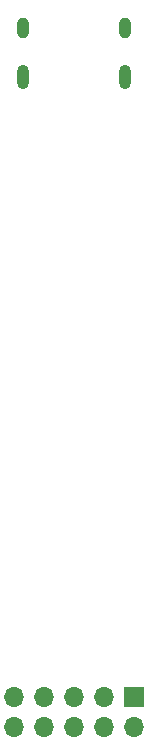
<source format=gbs>
%TF.GenerationSoftware,KiCad,Pcbnew,8.0.8*%
%TF.CreationDate,2025-04-09T23:46:09+08:00*%
%TF.ProjectId,usb-4uart,7573622d-3475-4617-9274-2e6b69636164,rev?*%
%TF.SameCoordinates,Original*%
%TF.FileFunction,Soldermask,Bot*%
%TF.FilePolarity,Negative*%
%FSLAX46Y46*%
G04 Gerber Fmt 4.6, Leading zero omitted, Abs format (unit mm)*
G04 Created by KiCad (PCBNEW 8.0.8) date 2025-04-09 23:46:09*
%MOMM*%
%LPD*%
G01*
G04 APERTURE LIST*
%ADD10O,1.000000X2.100000*%
%ADD11O,1.000000X1.800000*%
%ADD12R,1.700000X1.700000*%
%ADD13O,1.700000X1.700000*%
G04 APERTURE END LIST*
D10*
%TO.C,USB1*%
X36820000Y-24382200D03*
X28180000Y-24382200D03*
D11*
X36820000Y-20232200D03*
X28180000Y-20232200D03*
%TD*%
D12*
%TO.C,J1*%
X37575000Y-76850000D03*
D13*
X37575000Y-79390000D03*
X35035000Y-76850000D03*
X35035000Y-79390000D03*
X32495000Y-76850000D03*
X32495000Y-79390000D03*
X29955000Y-76850000D03*
X29955000Y-79390000D03*
X27415000Y-76850000D03*
X27415000Y-79390000D03*
%TD*%
M02*

</source>
